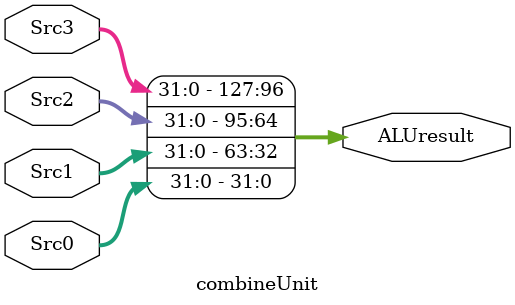
<source format=sv>
module combineUnit(
    input logic [31:0] Src0,
    input logic [31:0] Src1,
	 input logic [31:0] Src2,
	 input logic [31:0] Src3,
    output logic [127:0] ALUresult
);


	// Lógica combinacional para concatenar las entradas en el orden indicado
	always_comb begin
	  ALUresult = {Src3, Src2, Src1, Src0}; // Src3 es el más significativo, Src0 el menos significativo
	end

endmodule
</source>
